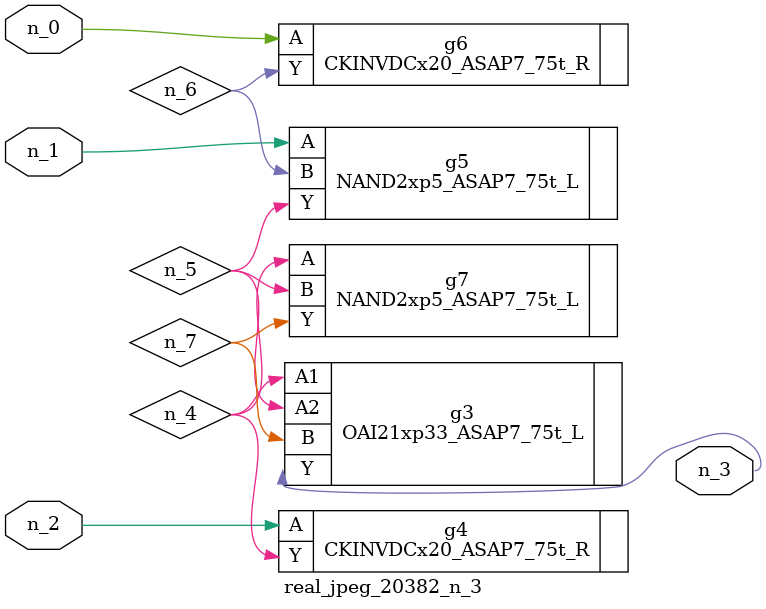
<source format=v>
module real_jpeg_20382_n_3 (n_1, n_0, n_2, n_3);

input n_1;
input n_0;
input n_2;

output n_3;

wire n_5;
wire n_4;
wire n_6;
wire n_7;

CKINVDCx20_ASAP7_75t_R g6 ( 
.A(n_0),
.Y(n_6)
);

NAND2xp5_ASAP7_75t_L g5 ( 
.A(n_1),
.B(n_6),
.Y(n_5)
);

CKINVDCx20_ASAP7_75t_R g4 ( 
.A(n_2),
.Y(n_4)
);

OAI21xp33_ASAP7_75t_L g3 ( 
.A1(n_4),
.A2(n_5),
.B(n_7),
.Y(n_3)
);

NAND2xp5_ASAP7_75t_L g7 ( 
.A(n_4),
.B(n_5),
.Y(n_7)
);


endmodule
</source>
